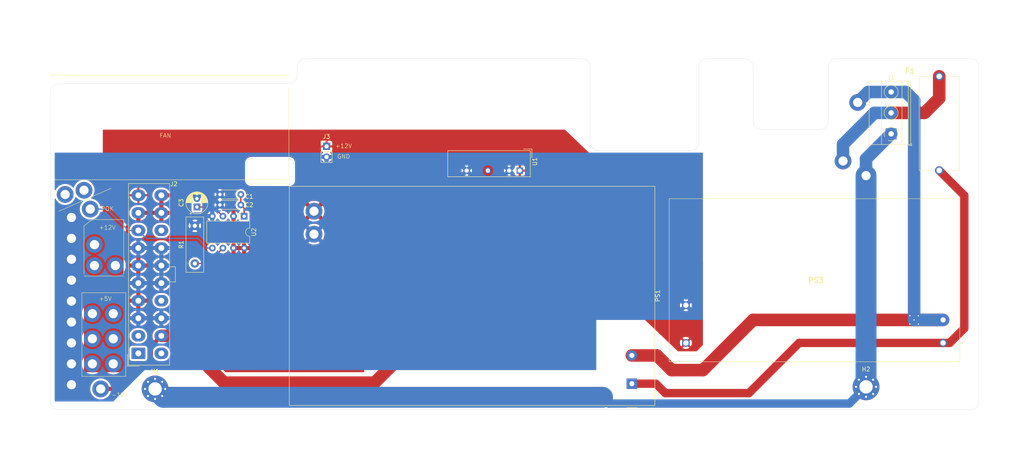
<source format=kicad_pcb>
(kicad_pcb (version 20240108) (generator "pcbnew") (generator_version "8.0")
  (layers (0 "F.Cu" signal) (31 "B.Cu" signal) (34 "B.Paste" user) (35 "F.Paste" user) (36 "B.SilkS" user "B.Silkscreen") (37 "F.SilkS" user "F.Silkscreen") (38 "B.Mask" user) (39 "F.Mask" user) (44 "Edge.Cuts" user))
  (net 0 "")
  (net 1 "Earth")
  (net 4 "/LIVE")
  (net 5 "/FUSED")
  (net 6 "/NEUTRAL")
  (net 7 "GND")
  (net 8 "+12V")
  (net 9 "+5V")
  (net 10 "-12V")
  (net 11 "/POK")
  (net 12 "Net-(U2-REF)")
  (net 13 "Net-(U2-CT)")
  (net 17 "Net-(U2-RESET)")
  (footprint "Capacitor_THT:C_Disc_D4.3mm_W1.9mm_P5.00mm" (layer "F.Cu") (at 82.5 87 180)
    (property "Reference" "C2" (at -2 0 360) (layer "F.SilkS"))
    (property "Value" "100n")
    (fp_line (start 4.77 1.055) (end 4.77 1.07) (stroke (width 0.12)) (layer "F.SilkS"))
    (fp_line (start 4.77 -1.07) (end 4.77 -1.055) (stroke (width 0.12)) (layer "F.SilkS"))
    (fp_line (start 0.23 1.07) (end 4.77 1.07) (stroke (width 0.12)) (layer "F.SilkS"))
    (fp_line (start 0.23 1.055) (end 0.23 1.07) (stroke (width 0.12)) (layer "F.SilkS"))
    (fp_line (start 0.23 -1.07) (end 4.77 -1.07) (stroke (width 0.12)) (layer "F.SilkS"))
    (fp_line (start 0.23 -1.07) (end 0.23 -1.055) (stroke (width 0.12)) (layer "F.SilkS"))
    (pad "1" thru_hole circle (at 0 0 180) (size 1.6 1.6) (drill 0.8) (layers "*.Cu" "*.Mask") (net 12 "Net-(U2-REF)"))
    (pad "2" thru_hole circle (at 5 0 180) (size 1.6 1.6) (drill 0.8) (layers "*.Cu" "*.Mask") (net 7 "GND"))
  )
  (footprint "Converter_DCDC:Converter_DCDC_TRACO_TBA1-xxxxE_Single_THT" (layer "F.Cu") (at 149.2075 78.7925 -90)
    (property "Reference" "U1" (at -2.15 -3.6 90) (layer "F.SilkS"))
    (property "Value" "TBA1-1212E")
    (fp_line (start -4.77 17.22) (end 1.47 17.22) (stroke (width 0.12)) (layer "F.SilkS"))
    (fp_line (start -5.15 -0.9) (end -5.15 -2.9) (stroke (width 0.12)) (layer "F.SilkS"))
    (fp_line (start -4.77 -2.52) (end -4.77 17.22) (stroke (width 0.12)) (layer "F.SilkS"))
    (fp_line (start -4.77 -2.52) (end 1.47 -2.52) (stroke (width 0.12)) (layer "F.SilkS"))
    (fp_line (start 1.47 -2.52) (end 1.47 17.22) (stroke (width 0.12)) (layer "F.SilkS"))
    (fp_line (start -5.15 -2.9) (end -3.15 -2.9) (stroke (width 0.12)) (layer "F.SilkS"))
    (pad "1" thru_hole rect (at 0 0 270) (size 1.5 1.5) (drill 1) (layers "*.Cu" "*.Mask") (net 8 "+12V"))
    (pad "2" thru_hole circle (at 0 2.54 270) (size 1.5 1.5) (drill 1) (layers "*.Cu" "*.Mask") (net 7 "GND"))
    (pad "4" thru_hole circle (at 0 7.62 270) (size 1.5 1.5) (drill 1) (layers "*.Cu" "*.Mask") (net 10 "-12V"))
    (pad "6" thru_hole circle (at 0 12.7 270) (size 1.5 1.5) (drill 1) (layers "*.Cu" "*.Mask") (net 7 "GND"))
  )
  (footprint "MountingHole:MountingHole_3.2mm_M3_Pad_Via" (layer "F.Cu") (at 232 130.5)
    (property "Reference" "H2" (at 0 -4.2 0) (layer "F.SilkS"))
    (property "Value" "MountingHole_Pad")
    (pad "1" thru_hole circle (at -2.4 0) (size 0.8 0.8) (drill 0.5) (layers "*.Cu" "*.Mask") (net 1 "Earth"))
    (pad "1" thru_hole circle (at -1.697056 -1.697056) (size 0.8 0.8) (drill 0.5) (layers "*.Cu" "*.Mask") (net 1 "Earth"))
    (pad "1" thru_hole circle (at -1.697056 1.697056) (size 0.8 0.8) (drill 0.5) (layers "*.Cu" "*.Mask") (net 1 "Earth"))
    (pad "1" thru_hole circle (at 0 -2.4) (size 0.8 0.8) (drill 0.5) (layers "*.Cu" "*.Mask") (net 1 "Earth"))
    (pad "1" thru_hole circle (at 0 0) (size 6.4 6.4) (drill 3.2) (layers "*.Cu" "*.Mask") (net 1 "Earth"))
    (pad "1" thru_hole circle (at 0 2.4) (size 0.8 0.8) (drill 0.5) (layers "*.Cu" "*.Mask") (net 1 "Earth"))
    (pad "1" thru_hole circle (at 1.697056 -1.697056) (size 0.8 0.8) (drill 0.5) (layers "*.Cu" "*.Mask") (net 1 "Earth"))
    (pad "1" thru_hole circle (at 1.697056 1.697056) (size 0.8 0.8) (drill 0.5) (layers "*.Cu" "*.Mask") (net 1 "Earth"))
    (pad "1" thru_hole circle (at 2.4 0) (size 0.8 0.8) (drill 0.5) (layers "*.Cu" "*.Mask") (net 1 "Earth"))
  )
  (footprint "Package_DIP:DIP-8_W7.62mm" (layer "F.Cu") (at 83.3 89.7 -90)
    (property "Reference" "U2" (at 3.81 -2.33 90) (layer "F.SilkS"))
    (property "Value" "TL7705A")
    (fp_line (start 1.16 8.95) (end 6.46 8.95) (stroke (width 0.12)) (layer "F.SilkS"))
    (fp_line (start 6.46 8.95) (end 6.46 -1.33) (stroke (width 0.12)) (layer "F.SilkS"))
    (fp_line (start 1.16 -1.33) (end 1.16 8.95) (stroke (width 0.12)) (layer "F.SilkS"))
    (fp_line (start 2.81 -1.33) (end 1.16 -1.33) (stroke (width 0.12)) (layer "F.SilkS"))
    (fp_line (start 6.46 -1.33) (end 4.81 -1.33) (stroke (width 0.12)) (layer "F.SilkS"))
    (fp_arc (start 4.81 -1.33) (mid 3.81 -0.33) (end 2.81 -1.33) (stroke (width 0.12)) (layer "F.SilkS"))
    (pad "1" thru_hole rect (at 0 0 270) (size 1.6 1.6) (drill 0.8) (layers "*.Cu" "*.Mask") (net 12 "Net-(U2-REF)"))
    (pad "2" thru_hole oval (at 0 2.54 270) (size 1.6 1.6) (drill 0.8) (layers "*.Cu" "*.Mask") (net 9 "+5V"))
    (pad "3" thru_hole oval (at 0 5.08 270) (size 1.6 1.6) (drill 0.8) (layers "*.Cu" "*.Mask") (net 13 "Net-(U2-CT)"))
    (pad "4" thru_hole oval (at 0 7.62 270) (size 1.6 1.6) (drill 0.8) (layers "*.Cu" "*.Mask") (net 7 "GND"))
    (pad "5" thru_hole oval (at 7.62 7.62 270) (size 1.6 1.6) (drill 0.8) (layers "*.Cu" "*.Mask") (net 11 "/POK"))
    (pad "6" thru_hole oval (at 7.62 5.08 270) (size 1.6 1.6) (drill 0.8) (layers "*.Cu" "*.Mask") (net 17 "Net-(U2-RESET)"))
    (pad "7" thru_hole oval (at 7.62 2.54 270) (size 1.6 1.6) (drill 0.8) (layers "*.Cu" "*.Mask") (net 9 "+5V"))
    (pad "8" thru_hole oval (at 7.62 0 270) (size 1.6 1.6) (drill 0.8) (layers "*.Cu" "*.Mask") (net 9 "+5V"))
  )
  (footprint "Resistor_THT:R_Box_L13.0mm_W4.0mm_P9.00mm" (layer "F.Cu") (at 71.5 101 90)
    (property "Reference" "R1" (at 4.5 -3.25 90) (layer "F.SilkS"))
    (property "Value" "10k")
    (fp_line (start 11.12 -2.12) (end 11.12 2.12) (stroke (width 0.12)) (layer "F.SilkS"))
    (fp_line (start -2.12 -2.12) (end 11.12 -2.12) (stroke (width 0.12)) (layer "F.SilkS"))
    (fp_line (start -2.12 -2.12) (end -2.12 2.12) (stroke (width 0.12)) (layer "F.SilkS"))
    (fp_line (start -2.12 2.12) (end 11.12 2.12) (stroke (width 0.12)) (layer "F.SilkS"))
    (pad "1" thru_hole circle (at 0 0 90) (size 2 2) (drill 1) (layers "*.Cu" "*.Mask") (net 17 "Net-(U2-RESET)"))
    (pad "2" thru_hole circle (at 9 0 90) (size 2 2) (drill 1) (layers "*.Cu" "*.Mask") (net 7 "GND"))
  )
  (footprint "TerminalBlock_Phoenix:TerminalBlock_Phoenix_MKDS-1,5-3_1x03_P5.00mm_Horizontal" (layer "F.Cu") (at 238 70 90)
    (property "Reference" "J1" (at 13.5 0 0) (layer "F.SilkS"))
    (property "Value" "Conn_01x03")
    (fp_line (start 12.56 -5.261) (end 12.56 4.66) (stroke (width 0.12)) (layer "F.SilkS"))
    (fp_line (start -2.56 -5.261) (end 12.56 -5.261) (stroke (width 0.12)) (layer "F.SilkS"))
    (fp_line (start -2.56 -5.261) (end -2.56 4.66) (stroke (width 0.12)) (layer "F.SilkS"))
    (fp_line (start -2.56 -2.301) (end 12.56 -2.301) (stroke (width 0.12)) (layer "F.SilkS"))
    (fp_line (start 11.07 -1.275) (end 11.035 -1.239) (stroke (width 0.12)) (layer "F.SilkS"))
    (fp_line (start 6.07 -1.275) (end 6.035 -1.239) (stroke (width 0.12)) (layer "F.SilkS"))
    (fp_line (start 11.275 -1.069) (end 11.228 -1.023) (stroke (width 0.12)) (layer "F.SilkS"))
    (fp_line (start 6.275 -1.069) (end 6.228 -1.023) (stroke (width 0.12)) (layer "F.SilkS"))
    (fp_line (start 8.773 1.023) (end 8.726 1.069) (stroke (width 0.12)) (layer "F.SilkS"))
    (fp_line (start 3.773 1.023) (end 3.726 1.069) (stroke (width 0.12)) (layer "F.SilkS"))
    (fp_line (start 8.966 1.239) (end 8.931 1.274) (stroke (width 0.12)) (layer "F.SilkS"))
    (fp_line (start 3.966 1.239) (end 3.931 1.274) (stroke (width 0.12)) (layer "F.SilkS"))
    (fp_line (start -2.56 2.6) (end 12.56 2.6) (stroke (width 0.12)) (layer "F.SilkS"))
    (fp_line (start -2.56 4.1) (end 12.56 4.1) (stroke (width 0.12)) (layer "F.SilkS"))
    (fp_line (start -2.8 4.16) (end -2.8 4.9) (stroke (width 0.12)) (layer "F.SilkS"))
    (fp_line (start -2.56 4.66) (end 12.56 4.66) (stroke (width 0.12)) (layer "F.SilkS"))
    (fp_line (start -2.8 4.9) (end -2.3 4.9) (stroke (width 0.12)) (layer "F.SilkS"))
    (fp_arc (start -0.683042 -1.535427) (mid 0.000524 -1.680501) (end 0.684 -1.535) (stroke (width 0.12)) (layer "F.SilkS"))
    (fp_arc (start 1.535427 -0.683042) (mid 1.680501 0.000524) (end 1.535 0.684) (stroke (width 0.12)) (layer "F.SilkS"))
    (fp_arc (start -1.535427 0.683042) (mid -1.680501 -0.000524) (end -1.535 -0.684) (stroke (width 0.12)) (layer "F.SilkS"))
    (fp_arc (start 0.683318 1.534756) (mid 0.349292 1.643288) (end 0 1.68) (stroke (width 0.12)) (layer "F.SilkS"))
    (fp_arc (start 0.028805 1.680253) (mid -0.335551 1.646659) (end -0.684 1.535) (stroke (width 0.12)) (layer "F.SilkS"))
    (fp_circle (center 10 0) (end 11.68 0) (stroke (width 0.12)) (fill none) (layer "F.SilkS"))
    (fp_circle (center 5 0) (end 6.68 0) (stroke (width 0.12)) (fill none) (layer "F.SilkS"))
    (pad "1" thru_hole rect (at 0 0 90) (size 2.6 2.6) (drill 1.3) (layers "*.Cu" "*.Mask") (net 1 "Earth"))
    (pad "2" thru_hole circle (at 5 0 90) (size 2.6 2.6) (drill 1.3) (layers "*.Cu" "*.Mask") (net 4 "/LIVE"))
    (pad "3" thru_hole circle (at 10 0 90) (size 2.6 2.6) (drill 1.3) (layers "*.Cu" "*.Mask") (net 6 "/NEUTRAL"))
  )
  (footprint "Connector_Molex:Molex_Mini-Fit_Jr_5566-20A_2x10_P4.20mm_Vertical" (layer "F.Cu") (at 58 122.5 90)
    (property "Reference" "J2" (at 40.5 8.5 180) (layer "F.SilkS"))
    (property "Value" "ATX-20")
    (fp_line (start -0.2 -2.6) (end -3.05 -2.6) (stroke (width 0.12)) (layer "F.SilkS"))
    (fp_line (start -3.05 -2.6) (end -3.05 0.25) (stroke (width 0.12)) (layer "F.SilkS"))
    (fp_line (start 40.61 -2.36) (end 40.61 7.46) (stroke (width 0.12)) (layer "F.SilkS"))
    (fp_line (start 18.9 -2.36) (end 40.61 -2.36) (stroke (width 0.12)) (layer "F.SilkS"))
    (fp_line (start 18.9 -2.36) (end -2.81 -2.36) (stroke (width 0.12)) (layer "F.SilkS"))
    (fp_line (start -2.81 -2.36) (end -2.81 7.46) (stroke (width 0.12)) (layer "F.SilkS"))
    (fp_line (start 40.61 7.46) (end 20.71 7.46) (stroke (width 0.12)) (layer "F.SilkS"))
    (fp_line (start 20.71 7.46) (end 20.71 8.86) (stroke (width 0.12)) (layer "F.SilkS"))
    (fp_line (start 17.09 7.46) (end 17.09 8.86) (stroke (width 0.12)) (layer "F.SilkS"))
    (fp_line (start -2.81 7.46) (end 17.09 7.46) (stroke (width 0.12)) (layer "F.SilkS"))
    (fp_line (start 20.71 8.86) (end 18.9 8.86) (stroke (width 0.12)) (layer "F.SilkS"))
    (fp_line (start 17.09 8.86) (end 18.9 8.86) (stroke (width 0.12)) (layer "F.SilkS"))
    (pad "1" thru_hole roundrect (at 0 0 90) (size 2.7 3.3) (drill 1.4) (layers "*.Cu" "*.Mask") (roundrect_rratio 0.092593))
    (pad "2" thru_hole oval (at 4.2 0 90) (size 2.7 3.3) (drill 1.4) (layers "*.Cu" "*.Mask"))
    (pad "3" thru_hole oval (at 8.4 0 90) (size 2.7 3.3) (drill 1.4) (layers "*.Cu" "*.Mask") (net 7 "GND"))
    (pad "4" thru_hole oval (at 12.6 0 90) (size 2.7 3.3) (drill 1.4) (layers "*.Cu" "*.Mask") (net 9 "+5V"))
    (pad "5" thru_hole oval (at 16.8 0 90) (size 2.7 3.3) (drill 1.4) (layers "*.Cu" "*.Mask") (net 7 "GND"))
    (pad "6" thru_hole oval (at 21 0 90) (size 2.7 3.3) (drill 1.4) (layers "*.Cu" "*.Mask") (net 9 "+5V"))
    (pad "7" thru_hole oval (at 25.2 0 90) (size 2.7 3.3) (drill 1.4) (layers "*.Cu" "*.Mask") (net 7 "GND"))
    (pad "8" thru_hole oval (at 29.4 0 90) (size 2.7 3.3) (drill 1.4) (layers "*.Cu" "*.Mask") (net 11 "/POK"))
    (pad "9" thru_hole oval (at 33.6 0 90) (size 2.7 3.3) (drill 1.4) (layers "*.Cu" "*.Mask") (net 9 "+5V"))
    (pad "10" thru_hole oval (at 37.8 0 90) (size 2.7 3.3) (drill 1.4) (layers "*.Cu" "*.Mask") (net 8 "+12V"))
    (pad "11" thru_hole oval (at 0 5.5 90) (size 2.7 3.3) (drill 1.4) (layers "*.Cu" "*.Mask"))
    (pad "12" thru_hole oval (at 4.2 5.5 90) (size 2.7 3.3) (drill 1.4) (layers "*.Cu" "*.Mask") (net 10 "-12V"))
    (pad "13" thru_hole oval (at 8.4 5.5 90) (size 2.7 3.3) (drill 1.4) (layers "*.Cu" "*.Mask") (net 7 "GND"))
    (pad "14" thru_hole oval (at 12.6 5.5 90) (size 2.7 3.3) (drill 1.4) (layers "*.Cu" "*.Mask"))
    (pad "15" thru_hole oval (at 16.8 5.5 90) (size 2.7 3.3) (drill 1.4) (layers "*.Cu" "*.Mask") (net 7 "GND"))
    (pad "16" thru_hole oval (at 21 5.5 90) (size 2.7 3.3) (drill 1.4) (layers "*.Cu" "*.Mask") (net 7 "GND"))
    (pad "17" thru_hole oval (at 25.2 5.5 90) (size 2.7 3.3) (drill 1.4) (layers "*.Cu" "*.Mask") (net 7 "GND"))
    (pad "18" thru_hole oval (at 29.4 5.5 90) (size 2.7 3.3) (drill 1.4) (layers "*.Cu" "*.Mask"))
    (pad "19" thru_hole oval (at 33.6 5.5 90) (size 2.7 3.3) (drill 1.4) (layers "*.Cu" "*.Mask") (net 9 "+5V"))
    (pad "20" thru_hole oval (at 37.8 5.5 90) (size 2.7 3.3) (drill 1.4) (layers "*.Cu" "*.Mask") (net 9 "+5V"))
  )
  (footprint "Converter_ACDC:Converter_ACDC_MeanWell_IRM-60-xx_THT" (layer "F.Cu") (at 176 129.75 180)
    (property "Reference" "PS1" (at -6.2 21 90) (layer "F.SilkS"))
    (property "Value" "IRM-60-5")
    (fp_line (start 81.9 47.2) (end 81.9 -5.2) (stroke (width 0.12)) (layer "F.SilkS"))
    (fp_line (start 81.9 -5.2) (end -5.5 -5.2) (stroke (width 0.12)) (layer "F.SilkS"))
    (fp_line (start -1.3 -5.7) (end 1.2 -5.7) (stroke (width 0.12)) (layer "F.SilkS"))
    (fp_line (start -5.5 47.2) (end 81.9 47.2) (stroke (width 0.12)) (layer "F.SilkS"))
    (fp_line (start -5.5 -5.2) (end -5.5 47.2) (stroke (width 0.12)) (layer "F.SilkS"))
    (pad "1" thru_hole rect (at 0 0 180) (size 2.5 2.5) (drill 1.2) (layers "*.Cu" "*.Mask") (net 5 "/FUSED"))
    (pad "2" thru_hole circle (at 0 6.75 180) (size 2.5 2.5) (drill 1.2) (layers "*.Cu" "*.Mask") (net 6 "/NEUTRAL"))
    (pad "3" thru_hole circle (at 76 41.25 180) (size 4 4) (drill 2.2) (layers "*.Cu" "*.Mask") (net 9 "+5V"))
    (pad "4" thru_hole circle (at 76 35.75 180) (size 4 4) (drill 2.2) (layers "*.Cu" "*.Mask") (net 7 "GND"))
  )
  (footprint "Local:65600001009" (layer "F.Cu") (at 249.5 67.5 -90)
    (property "Reference" "F1" (at -12.5 7 180) (layer "F.SilkS") (effects (font (size 1.27 1.27) (thickness 0.254))))
    (property "Value" "Fuse" (hide yes))
    (fp_line (start -11.25 4.8) (end 11.25 4.8) (stroke (width 0.1)) (layer "F.SilkS"))
    (fp_line (start 11.25 4.8) (end 11.25 2) (stroke (width 0.1)) (layer "F.SilkS"))
    (fp_line (start -11.25 2) (end -11.25 4.8) (stroke (width 0.1)) (layer "F.SilkS"))
    (fp_line (start -11.25 -2) (end -11.25 -4.8) (stroke (width 0.1)) (layer "F.SilkS"))
    (fp_line (start -11.25 -4.8) (end 11.25 -4.8) (stroke (width 0.1)) (layer "F.SilkS"))
    (fp_line (start 11.25 -4.8) (end 11.25 -2) (stroke (width 0.1)) (layer "F.SilkS"))
    (pad "1" thru_hole circle (at -11.25 0 270) (size 1.95 1.95) (drill 1.3) (layers "*.Cu" "*.Mask") (net 4 "/LIVE"))
    (pad "2" thru_hole circle (at 11.25 0 270) (size 1.95 1.95) (drill 1.3) (layers "*.Cu" "*.Mask") (net 5 "/FUSED"))
  )
  (footprint "Connector_PinHeader_2.54mm:PinHeader_1x02_P2.54mm_Vertical" (layer "F.Cu") (at 103 73)
    (property "Reference" "J3" (at 0 -2.33 360) (layer "F.SilkS"))
    (property "Value" "Conn_01x02")
    (fp_line (start -1.33 -1.33) (end 0 -1.33) (stroke (width 0.12)) (layer "F.SilkS"))
    (fp_line (start -1.33 0) (end -1.33 -1.33) (stroke (width 0.12)) (layer "F.SilkS"))
    (fp_line (start -1.33 1.27) (end -1.33 3.87) (stroke (width 0.12)) (layer "F.SilkS"))
    (fp_line (start -1.33 1.27) (end 1.33 1.27) (stroke (width 0.12)) (layer "F.SilkS"))
    (fp_line (start -1.33 3.87) (end 1.33 3.87) (stroke (width 0.12)) (layer "F.SilkS"))
    (fp_line (start 1.33 1.27) (end 1.33 3.87) (stroke (width 0.12)) (layer "F.SilkS"))
    (pad "1" thru_hole rect (at 0 0) (size 1.7 1.7) (drill 1) (layers "*.Cu" "*.Mask") (net 8 "+12V"))
    (pad "2" thru_hole oval (at 0 2.54) (size 1.7 1.7) (drill 1) (layers "*.Cu" "*.Mask") (net 7 "GND"))
  )
  (footprint "MountingHole:MountingHole_3.2mm_M3_Pad_Via" (layer "F.Cu") (at 62 131)
    (property "Reference" "H1" (at 0 -4.2 0) (layer "F.SilkS"))
    (property "Value" "MountingHole_Pad")
    (pad "1" thru_hole circle (at -2.4 0) (size 0.8 0.8) (drill 0.5) (layers "*.Cu" "*.Mask") (net 1 "Earth"))
    (pad "1" thru_hole circle (at -1.697056 -1.697056) (size 0.8 0.8) (drill 0.5) (layers "*.Cu" "*.Mask") (net 1 "Earth"))
    (pad "1" thru_hole circle (at -1.697056 1.697056) (size 0.8 0.8) (drill 0.5) (layers "*.Cu" "*.Mask") (net 1 "Earth"))
    (pad "1" thru_hole circle (at 0 -2.4) (size 0.8 0.8) (drill 0.5) (layers "*.Cu" "*.Mask") (net 1 "Earth"))
    (pad "1" thru_hole circle (at 0 0) (size 6.4 6.4) (drill 3.2) (layers "*.Cu" "*.Mask") (net 1 "Earth"))
    (pad "1" thru_hole circle (at 0 2.4) (size 0.8 0.8) (drill 0.5) (layers "*.Cu" "*.Mask") (net 1 "Earth"))
    (pad "1" thru_hole circle (at 1.697056 -1.697056) (size 0.8 0.8) (drill 0.5) (layers "*.Cu" "*.Mask") (net 1 "Earth"))
    (pad "1" thru_hole circle (at 1.697056 1.697056) (size 0.8 0.8) (drill 0.5) (layers "*.Cu" "*.Mask") (net 1 "Earth"))
    (pad "1" thru_hole circle (at 2.4 0) (size 0.8 0.8) (drill 0.5) (layers "*.Cu" "*.Mask") (net 1 "Earth"))
  )
  (footprint "Local:IRM3048" (layer "F.Cu") (at 220 105 180)
    (property "Reference" "PS3" (at 0 0 180) (layer "F.SilkS") (effects (font (size 1.27 1.27) (thickness 0.254))))
    (property "Value" "IRM-30-12" (hide yes))
    (fp_line (start 35.075 19.5) (end -34.425 19.5) (stroke (width 0.1)) (layer "F.SilkS"))
    (fp_line (start 35.075 -19.5) (end 35.075 19.5) (stroke (width 0.1)) (layer "F.SilkS"))
    (fp_line (start -34.425 19.5) (end -34.425 -19.5) (stroke (width 0.1)) (layer "F.SilkS"))
    (fp_line (start -34.425 -19.5) (end 35.075 -19.5) (stroke (width 0.1)) (layer "F.SilkS"))
    (fp_line (start -34.975 -14.9) (end -34.975 -14.9) (stroke (width 0.2)) (layer "F.SilkS"))
    (fp_line (start -34.975 -15.1) (end -34.975 -15.1) (stroke (width 0.2)) (layer "F.SilkS"))
    (fp_arc (start -34.975 -14.9) (mid -35.075 -15) (end -34.975 -15.1) (stroke (width 0.2)) (layer "F.SilkS"))
    (fp_arc (start -34.975 -15.1) (mid -34.875 -15) (end -34.975 -14.9) (stroke (width 0.2)) (layer "F.SilkS"))
    (pad "1" thru_hole circle (at -30.425 -15 180) (size 1.86 1.86) (drill 1.24) (layers "*.Cu" "*.Mask") (net 5 "/FUSED"))
    (pad "2" thru_hole circle (at -30.425 -9.5 180) (size 1.86 1.86) (drill 1.24) (layers "*.Cu" "*.Mask") (net 6 "/NEUTRAL"))
    (pad "3" thru_hole circle (at 31.075 -6 180) (size 1.86 1.86) (drill 1.24) (layers "*.Cu" "*.Mask") (net 7 "GND"))
    (pad "4" thru_hole circle (at 31.075 -15 180) (size 1.86 1.86) (drill 1.24) (layers "*.Cu" "*.Mask") (net 8 "+12V"))
  )
  (footprint "Capacitor_THT:C_Disc_D4.3mm_W1.9mm_P5.00mm" (layer "F.Cu") (at 82.5 84.5 180)
    (property "Reference" "C1" (at -2 -0.5 360) (layer "F.SilkS"))
    (property "Value" "100n")
    (fp_line (start 4.77 1.055) (end 4.77 1.07) (stroke (width 0.12)) (layer "F.SilkS"))
    (fp_line (start 4.77 -1.07) (end 4.77 -1.055) (stroke (width 0.12)) (layer "F.SilkS"))
    (fp_line (start 0.23 1.07) (end 4.77 1.07) (stroke (width 0.12)) (layer "F.SilkS"))
    (fp_line (start 0.23 1.055) (end 0.23 1.07) (stroke (width 0.12)) (layer "F.SilkS"))
    (fp_line (start 0.23 -1.07) (end 4.77 -1.07) (stroke (width 0.12)) (layer "F.SilkS"))
    (fp_line (start 0.23 -1.07) (end 0.23 -1.055) (stroke (width 0.12)) (layer "F.SilkS"))
    (pad "1" thru_hole circle (at 0 0 180) (size 1.6 1.6) (drill 0.8) (layers "*.Cu" "*.Mask") (net 12 "Net-(U2-REF)"))
    (pad "2" thru_hole circle (at 5 0 180) (size 1.6 1.6) (drill 0.8) (layers "*.Cu" "*.Mask") (net 7 "GND"))
  )
  (footprint "Capacitor_THT:CP_Radial_D5.0mm_P2.00mm" (layer "F.Cu") (at 72 87.5 90)
    (property "Reference" "C3" (at 1 -3.75 90) (layer "F.SilkS"))
    (property "Value" "860010572002")
    (fp_line (start 1.04 -2.58) (end 1.04 -1.04) (stroke (width 0.12)) (layer "F.SilkS"))
    (fp_line (start 1 -2.58) (end 1 -1.04) (stroke (width 0.12)) (layer "F.SilkS"))
    (fp_line (start 1.08 -2.579) (end 1.08 -1.04) (stroke (width 0.12)) (layer "F.SilkS"))
    (fp_line (start 1.12 -2.578) (end 1.12 -1.04) (stroke (width 0.12)) (layer "F.SilkS"))
    (fp_line (start 1.16 -2.576) (end 1.16 -1.04) (stroke (width 0.12)) (layer "F.SilkS"))
    (fp_line (start 1.2 -2.573) (end 1.2 -1.04) (stroke (width 0.12)) (layer "F.SilkS"))
    (fp_line (start 1.24 -2.569) (end 1.24 -1.04) (stroke (width 0.12)) (layer "F.SilkS"))
    (fp_line (start 1.28 -2.565) (end 1.28 -1.04) (stroke (width 0.12)) (layer "F.SilkS"))
    (fp_line (start 1.32 -2.561) (end 1.32 -1.04) (stroke (width 0.12)) (layer "F.SilkS"))
    (fp_line (start 1.36 -2.556) (end 1.36 -1.04) (stroke (width 0.12)) (layer "F.SilkS"))
    (fp_line (start 1.4 -2.55) (end 1.4 -1.04) (stroke (width 0.12)) (layer "F.SilkS"))
    (fp_line (start 1.44 -2.543) (end 1.44 -1.04) (stroke (width 0.12)) (layer "F.SilkS"))
    (fp_line (start 1.48 -2.536) (end 1.48 -1.04) (stroke (width 0.12)) (layer "F.SilkS"))
    (fp_line (start 1.52 -2.528) (end 1.52 -1.04) (stroke (width 0.12)) (layer "F.SilkS"))
    (fp_line (start 1.56 -2.52) (end 1.56 -1.04) (stroke (width 0.12)) (layer "F.SilkS"))
    (fp_line (start 1.6 -2.511) (end 1.6 -1.04) (stroke (width 0.12)) (layer "F.SilkS"))
    (fp_line (start 1.64 -2.501) (end 1.64 -1.04) (stroke (width 0.12)) (layer "F.SilkS"))
    (fp_line (start 1.68 -2.491) (end 1.68 -1.04) (stroke (width 0.12)) (layer "F.SilkS"))
    (fp_line (start 1.721 -2.48) (end 1.721 -1.04) (stroke (width 0.12)) (layer "F.SilkS"))
    (fp_line (start 1.761 -2.468) (end 1.761 -1.04) (stroke (width 0.12)) (layer "F.SilkS"))
    (fp_line (start 1.801 -2.455) (end 1.801 -1.04) (stroke (width 0.12)) (layer "F.SilkS"))
    (fp_line (start 1.841 -2.442) (end 1.841 -1.04) (stroke (width 0.12)) (layer "F.SilkS"))
    (fp_line (start 1.881 -2.428) (end 1.881 -1.04) (stroke (width 0.12)) (layer "F.SilkS"))
    (fp_line (start 1.921 -2.414) (end 1.921 -1.04) (stroke (width 0.12)) (layer "F.SilkS"))
    (fp_line (start 1.961 -2.398) (end 1.961 -1.04) (stroke (width 0.12)) (layer "F.SilkS"))
    (fp_line (start 2.001 -2.382) (end 2.001 -1.04) (stroke (width 0.12)) (layer "F.SilkS"))
    (fp_line (start 2.041 -2.365) (end 2.041 -1.04) (stroke (width 0.12)) (layer "F.SilkS"))
    (fp_line (start 2.081 -2.348) (end 2.081 -1.04) (stroke (width 0.12)) (layer "F.SilkS"))
    (fp_line (start 2.121 -2.329) (end 2.121 -1.04) (stroke (width 0.12)) (layer "F.SilkS"))
    (fp_line (start 2.161 -2.31) (end 2.161 -1.04) (stroke (width 0.12)) (layer "F.SilkS"))
    (fp_line (start 2.201 -2.29) (end 2.201 -1.04) (stroke (width 0.12)) (layer "F.SilkS"))
    (fp_line (start 2.241 -2.268) (end 2.241 -1.04) (stroke (width 0.12)) (layer "F.SilkS"))
    (fp_line (start 2.281 -2.247) (end 2.281 -1.04) (stroke (width 0.12)) (layer "F.SilkS"))
    (fp_line (start 2.321 -2.224) (end 2.321 -1.04) (stroke (width 0.12)) (layer "F.SilkS"))
    (fp_line (start 2.361 -2.2) (end 2.361 -1.04) (stroke (width 0.12)) (layer "F.SilkS"))
    (fp_line (start 2.401 -2.175) (end 2.401 -1.04) (stroke (width 0.12)) (layer "F.SilkS"))
    (fp_line (start 2.441 -2.149) (end 2.441 -1.04) (stroke (width 0.12)) (layer "F.SilkS"))
    (fp_line (start 2.481 -2.122) (end 2.481 -1.04) (stroke (width 0.12)) (layer "F.SilkS"))
    (fp_line (start 2.521 -2.095) (end 2.521 -1.04) (stroke (width 0.12)) (layer "F.SilkS"))
    (fp_line (start 2.561 -2.065) (end 2.561 -1.04) (stroke (width 0.12)) (layer "F.SilkS"))
    (fp_line (start 2.601 -2.035) (end 2.601 -1.04) (stroke (width 0.12)) (layer "F.SilkS"))
    (fp_line (start 2.641 -2.004) (end 2.641 -1.04) (stroke (width 0.12)) (layer "F.SilkS"))
    (fp_line (start 2.681 -1.971) (end 2.681 -1.04) (stroke (width 0.12)) (layer "F.SilkS"))
    (fp_line (start 2.721 -1.937) (end 2.721 -1.04) (stroke (width 0.12)) (layer "F.SilkS"))
    (fp_line (start 2.761 -1.901) (end 2.761 -1.04) (stroke (width 0.12)) (layer "F.SilkS"))
    (fp_line (start 2.801 -1.864) (end 2.801 -1.04) (stroke (width 0.12)) (layer "F.SilkS"))
    (fp_line (start 2.841 -1.826) (end 2.841 -1.04) (stroke (width 0.12)) (layer "F.SilkS"))
    (fp_line (start 2.881 -1.785) (end 2.881 -1.04) (stroke (width 0.12)) (layer "F.SilkS"))
    (fp_line (start 2.921 -1.743) (end 2.921 -1.04) (stroke (width 0.12)) (layer "F.SilkS"))
    (fp_line (start -1.554775 -1.725) (end -1.554775 -1.225) (stroke (width 0.12)) (layer "F.SilkS"))
    (fp_line (start 2.961 -1.699) (end 2.961 -1.04) (stroke (width 0.12)) (layer "F.SilkS"))
    (fp_line (start 3.001 -1.653) (end 3.001 -1.04) (stroke (width 0.12)) (layer "F.SilkS"))
    (fp_line (start 3.041 -1.605) (end 3.041 1.605) (stroke (width 0.12)) (layer "F.SilkS"))
    (fp_line (start 3.081 -1.554) (end 3.081 1.554) (stroke (width 0.12)) (layer "F.SilkS"))
    (fp_line (start 3.121 -1.5) (end 3.121 1.5) (stroke (width 0.12)) (layer "F.SilkS"))
    (fp_line (start -1.804775 -1.475) (end -1.304775 -1.475) (stroke (width 0.12)) (layer "F.SilkS"))
    (fp_line (start 3.161 -1.443) (end 3.161 1.443) (stroke (width 0.12)) (layer "F.SilkS"))
    (fp_line (start 3.201 -1.383) (end 3.201 1.383) (stroke (width 0.12)) (layer "F.SilkS"))
    (fp_line (start 3.241 -1.319) (end 3.241 1.319) (stroke (width 0.12)) (layer "F.SilkS"))
    (fp_line (start 3.281 -1.251) (end 3.281 1.251) (stroke (width 0.12)) (layer "F.SilkS"))
    (fp_line (start 3.321 -1.178) (end 3.321 1.178) (stroke (width 0.12)) (layer "F.SilkS"))
    (fp_line (start 3.361 -1.098) (end 3.361 1.098) (stroke (width 0.12)) (layer "F.SilkS"))
    (fp_line (start 3.401 -1.011) (end 3.401 1.011) (stroke (width 0.12)) (layer "F.SilkS"))
    (fp_line (start 3.441 -0.915) (end 3.441 0.915) (stroke (width 0.12)) (layer "F.SilkS"))
    (fp_line (start 3.481 -0.805) (end 3.481 0.805) (stroke (width 0.12)) (layer "F.SilkS"))
    (fp_line (start 3.521 -0.677) (end 3.521 0.677) (stroke (width 0.12)) (layer "F.SilkS"))
    (fp_line (start 3.561 -0.518) (end 3.561 0.518) (stroke (width 0.12)) (layer "F.SilkS"))
    (fp_line (start 3.601 -0.284) (end 3.601 0.284) (stroke (width 0.12)) (layer "F.SilkS"))
    (fp_line (start 3.001 1.04) (end 3.001 1.653) (stroke (width 0.12)) (layer "F.SilkS"))
    (fp_line (start 2.961 1.04) (end 2.961 1.699) (stroke (width 0.12)) (layer "F.SilkS"))
    (fp_line (start 2.921 1.04) (end 2.921 1.743) (stroke (width 0.12)) (layer "F.SilkS"))
    (fp_line (start 2.881 1.04) (end 2.881 1.785) (stroke (width 0.12)) (layer "F.SilkS"))
    (fp_line (start 2.841 1.04) (end 2.841 1.826) (stroke (width 0.12)) (layer "F.SilkS"))
    (fp_line (start 2.801 1.04) (end 2.801 1.864) (stroke (width 0.12)) (layer "F.SilkS"))
    (fp_line (start 2.761 1.04) (end 2.761 1.901) (stroke (width 0.12)) (layer "F.SilkS"))
    (fp_line (start 2.721 1.04) (end 2.721 1.937) (stroke (width 0.12)) (layer "F.SilkS"))
    (fp_line (start 2.681 1.04) (end 2.681 1.971) (stroke (width 0.12)) (layer "F.SilkS"))
    (fp_line (start 2.641 1.04) (end 2.641 2.004) (stroke (width 0.12)) (layer "F.SilkS"))
    (fp_line (start 2.601 1.04) (end 2.601 2.035) (stroke (width 0.12)) (layer "F.SilkS"))
    (fp_line (start 2.561 1.04) (end 2.561 2.065) (stroke (width 0.12)) (layer "F.SilkS"))
    (fp_line (start 2.521 1.04) (end 2.521 2.095) (stroke (width 0.12)) (layer "F.SilkS"))
    (fp_line (start 2.481 1.04) (end 2.481 2.122) (stroke (width 0.12)) (layer "F.SilkS"))
    (fp_line (start 2.441 1.04) (end 2.441 2.149) (stroke (width 0.12)) (layer "F.SilkS"))
    (fp_line (start 2.401 1.04) (end 2.401 2.175) (stroke (width 0.12)) (layer "F.SilkS"))
    (fp_line (start 2.361 1.04) (end 2.361 2.2) (stroke (width 0.12)) (layer "F.SilkS"))
    (fp_line (start 2.321 1.04) (end 2.321 2.224) (stroke (width 0.12)) (layer "F.SilkS"))
    (fp_line (start 2.281 1.04) (end 2.281 2.247) (stroke (width 0.12)) (layer "F.SilkS"))
    (fp_line (start 2.241 1.04) (end 2.241 2.268) (stroke (width 0.12)) (layer "F.SilkS"))
    (fp_line (start 2.201 1.04) (end 2.201 2.29) (stroke (width 0.12)) (layer "F.SilkS"))
    (fp_line (start 2.161 1.04) (end 2.161 2.31) (stroke (width 0.12)) (layer "F.SilkS"))
    (fp_line (start 2.121 1.04) (end 2.121 2.329) (stroke (width 0.12)) (layer "F.SilkS"))
    (fp_line (start 2.081 1.04) (end 2.081 2.348) (stroke (width 0.12)) (layer "F.SilkS"))
    (fp_line (start 2.041 1.04) (end 2.041 2.365) (stroke (width 0.12)) (layer "F.SilkS"))
    (fp_line (start 2.001 1.04) (end 2.001 2.382) (stroke (width 0.12)) (layer "F.SilkS"))
    (fp_line (start 1.961 1.04) (end 1.961 2.398) (stroke (width 0.12)) (layer "F.SilkS"))
    (fp_line (start 1.921 1.04) (end 1.921 2.414) (stroke (width 0.12)) (layer "F.SilkS"))
    (fp_line (start 1.881 1.04) (end 1.881 2.428) (stroke (width 0.12)) (layer "F.SilkS"))
    (fp_line (start 1.841 1.04) (end 1.841 2.442) (stroke (width 0.12)) (layer "F.SilkS"))
    (fp_line (start 1.801 1.04) (end 1.801 2.455) (stroke (width 0.12)) (layer "F.SilkS"))
    (fp_line (start 1.761 1.04) (end 1.761 2.468) (stroke (width 0.12)) (layer "F.SilkS"))
    (fp_line (start 1.721 1.04) (end 1.721 2.48) (stroke (width 0.12)) (layer "F.SilkS"))
    (fp_line (start 1.68 1.04) (end 1.68 2.491) (stroke (width 0.12)) (layer "F.SilkS"))
    (fp_line (start 1.64 1.04) (end 1.64 2.501) (stroke (width 0.12)) (layer "F.SilkS"))
    (fp_line (start 1.6 1.04) (end 1.6 2.511) (stroke (width 0.12)) (layer "F.SilkS"))
    (fp_line (start 1.56 1.04) (end 1.56 2.52) (stroke (width 0.12)) (layer "F.SilkS"))
    (fp_line (start 1.52 1.04) (end 1.52 2.528) (stroke (width 0.12)) (layer "F.SilkS"))
    (fp_line (start 1.48 1.04) (end 1.48 2.536) (stroke (width 0.12)) (layer "F.SilkS"))
    (fp_line (start 1.44 1.04) (end 1.44 2.543) (stroke (width 0.12)) (layer "F.SilkS"))
    (fp_line (start 1.4 1.04) (end 1.4 2.55) (stroke (width 0.12)) (layer "F.SilkS"))
    (fp_line (start 1.36 1.04) (end 1.36 2.556) (stroke (width 0.12)) (layer "F.SilkS"))
    (fp_line (start 1.32 1.04) (end 1.32 2.561) (stroke (width 0.12)) (layer "F.SilkS"))
    (fp_line (start 1.28 1.04) (end 1.28 2.565) (stroke (width 0.12)) (layer "F.SilkS"))
    (fp_line (start 1.24 1.04) (end 1.24 2.569) (stroke (width 0.12)) (layer "F.SilkS"))
    (fp_line (start 1.2 1.04) (end 1.2 2.573) (stroke (width 0.12)) (layer "F.SilkS"))
    (fp_line (start 1.16 1.04) (end 1.16 2.576) (stroke (width 0.12)) (layer "F.SilkS"))
    (fp_line (start 1.12 1.04) (end 1.12 2.578) (stroke (width 0.12)) (layer "F.SilkS"))
    (fp_line (start 1.08 1.04) (end 1.08 2.579) (stroke (width 0.12)) (layer "F.SilkS"))
    (fp_line (start 1.04 1.04) (end 1.04 2.58) (stroke (width 0.12)) (layer "F.SilkS"))
    (fp_line (start 1 1.04) (end 1 2.58) (stroke (width 0.12)) (layer "F.SilkS"))
    (fp_circle (center 1 0) (end 3.62 0) (stroke (width 0.12)) (fill none) (layer "F.SilkS"))
    (pad "1" thru_hole rect (at 0 0 90) (size 1.6 1.6) (drill 0.8) (layers "*.Cu" "*.Mask") (net 13 "Net-(U2-CT)"))
    (pad "2" thru_hole circle (at 2 0 90) (size 1.6 1.6) (drill 0.8) (layers "*.Cu" "*.Mask") (net 7 "GND"))
  )
  (gr_line (start 94 59) (end 94 81) (stroke (width 0.1)) (layer "F.SilkS"))
  (gr_line (start 45 104) (end 54.5 104) (stroke (width 0.1)) (layer "F.SilkS"))
  (gr_line (start 94 81) (end 38 81) (stroke (width 0.1)) (layer "F.SilkS"))
  (gr_line (start 44.5 128) (end 55 128) (stroke (width 0.1)) (layer "F.SilkS"))
  (gr_line (start 55 108) (end 44.5 108) (stroke (width 0.1)) (layer "F.SilkS"))
  (gr_line (start 47 90.5) (end 45 92) (stroke (width 0.1)) (layer "F.SilkS"))
  (gr_line (start 54.5 90.5) (end 47 90.5) (stroke (width 0.1)) (layer "F.SilkS"))
  (gr_line (start 44.5 128) (end 44.5 108) (stroke (width 0.1)) (layer "F.SilkS"))
  (gr_line (start 55 128) (end 55 108) (stroke (width 0.1)) (layer "F.SilkS"))
  (gr_line (start 51.5 83) (end 39 88.5) (stroke (width 0.1)) (layer "F.SilkS"))
  (gr_line (start 54.5 103.5) (end 54.5 90.5) (stroke (width 0.1)) (layer "F.SilkS"))
  (gr_line (start 37 56) (end 94 56) (stroke (width 0.1)) (layer "F.SilkS"))
  (gr_line (start 45 92) (end 45 103.5) (stroke (width 0.1)) (layer "F.SilkS"))
  (gr_line (start 225 52) (end 257 52) (stroke (width 0.05)) (layer "Edge.Cuts"))
  (gr_arc (start 207 69) (mid 205.585786 68.414214) (end 205 67) (stroke (width 0.05)) (layer "Edge.Cuts"))
  (gr_line (start 193 122) (end 192 123) (stroke (width 0.05)) (layer "Edge.Cuts"))
  (gr_arc (start 223 67) (mid 222.414214 68.414214) (end 221 69) (stroke (width 0.05)) (layer "Edge.Cuts"))
  (gr_line (start 192 72) (end 192 54) (stroke (width 0.05)) (layer "Edge.Cuts"))
  (gr_arc (start 37 60) (mid 37.585786 58.585786) (end 39 58) (stroke (width 0.05)) (layer "Edge.Cuts"))
  (gr_line (start 168 74) (end 190 74) (stroke (width 0.05)) (layer "Edge.Cuts"))
  (gr_arc (start 96 54) (mid 96.585786 52.585786) (end 98 52) (stroke (width 0.05)) (layer "Edge.Cuts"))
  (gr_line (start 207 69) (end 221 69) (stroke (width 0.05)) (layer "Edge.Cuts"))
  (gr_line (start 94 82) (end 85 82) (stroke (width 0.05)) (layer "Edge.Cuts"))
  (gr_line (start 95 77) (end 95 81) (stroke (width 0.05)) (layer "Edge.Cuts"))
  (gr_line (start 192 123) (end 186.5 123) (stroke (width 0.05)) (layer "Edge.Cuts"))
  (gr_line (start 183 121.5) (end 186 124.5) (stroke (width 0.05)) (layer "Edge.Cuts"))
  (gr_arc (start 95 81) (mid 94.707107 81.707107) (end 94 82) (stroke (width 0.05)) (layer "Edge.Cuts"))
  (gr_arc (start 164 52) (mid 165.414214 52.585786) (end 166 54) (stroke (width 0.05)) (layer "Edge.Cuts"))
  (gr_line (start 192.5 124.5) (end 193.999999 122.999999) (stroke (width 0.05)) (layer "Edge.Cuts"))
  (gr_line (start 186.5 123) (end 184 120.5) (stroke (width 0.05)) (layer "Edge.Cuts"))
  (gr_arc (start 94 76) (mid 94.707107 76.292893) (end 95 77) (stroke (width 0.05)) (layer "Edge.Cuts"))
  (gr_arc (start 257 52) (mid 258.414214 52.585786) (end 259 54) (stroke (width 0.05)) (layer "Edge.Cuts"))
  (gr_line (start 205 54) (end 205 67) (stroke (width 0.05)) (layer "Edge.Cuts"))
  (gr_line (start 194 52) (end 203 52) (stroke (width 0.05)) (layer "Edge.Cuts"))
  (gr_line (start 84 81) (end 84 77) (stroke (width 0.05)) (layer "Edge.Cuts"))
  (gr_arc (start 259 134) (mid 258.414214 135.414214) (end 257 136) (stroke (width 0.05)) (layer "Edge.Cuts"))
  (gr_line (start 223 67) (end 223 54) (stroke (width 0.05)) (layer "Edge.Cuts"))
  (gr_line (start 166 54) (end 166 72) (stroke (width 0.05)) (layer "Edge.Cuts"))
  (gr_line (start 98 52) (end 164 52) (stroke (width 0.05)) (layer "Edge.Cuts"))
  (gr_arc (start 168 74) (mid 166.585786 73.414214) (end 166 72) (stroke (width 0.05)) (layer "Edge.Cuts"))
  (gr_line (start 186 124.5) (end 192.5 124.5) (stroke (width 0.05)) (layer "Edge.Cuts"))
  (gr_arc (start 85 82) (mid 84.292893 81.707107) (end 84 81) (stroke (width 0.05)) (layer "Edge.Cuts"))
  (gr_arc (start 39 136) (mid 37.585786 135.414214) (end 37 134) (stroke (width 0.05)) (layer "Edge.Cuts"))
  (gr_arc (start 192 72) (mid 191.414214 73.414214) (end 190 74) (stroke (width 0.05)) (layer "Edge.Cuts"))
  (gr_line (start 94 58) (end 39 58) (stroke (width 0.05)) (layer "Edge.Cuts"))
  (gr_line (start 39 136) (end 257 136) (stroke (width 0.05)) (layer "Edge.Cuts"))
  (gr_arc (start 192 54) (mid 192.585786 52.585786) (end 194 52) (stroke (width 0.05)) (layer "Edge.Cuts"))
  (gr_arc (start 193.000001 122.000001) (mid 193.999999 122.000001) (end 193.999999 122.999999) (stroke (width 0.05)) (layer "Edge.Cuts"))
  (gr_arc (start 223 54) (mid 223.585786 52.585786) (end 225 52) (stroke (width 0.05)) (layer "Edge.Cuts"))
  (gr_arc (start 84 77) (mid 84.292893 76.292893) (end 85 76) (stroke (width 0.05)) (layer "Edge.Cuts"))
  (gr_line (start 85 76) (end 94 76) (stroke (width 0.05)) (layer "Edge.Cuts"))
  (gr_arc (start 203 52) (mid 204.414214 52.585786) (end 205 54) (stroke (width 0.05)) (layer "Edge.Cuts"))
  (gr_arc (start 96 56) (mid 95.414214 57.414214) (end 94 58) (stroke (width 0.05)) (layer "Edge.Cuts"))
  (gr_arc (start 183.000001 121.499999) (mid 183.000001 120.500001) (end 183.999999 120.500001) (stroke (width 0.05)) (layer "Edge.Cuts"))
  (gr_line (start 37 134) (end 37 60) (stroke (width 0.05)) (layer "Edge.Cuts"))
  (gr_line (start 259 134) (end 259 54) (stroke (width 0.05)) (layer "Edge.Cuts"))
  (gr_line (start 96 56) (end 96 54) (stroke (width 0.05)) (layer "Edge.Cuts"))
  (gr_text "+5V" (at 48.5 110 0) (layer "F.SilkS") (effects (font (size 1 1) (thickness 0.1)) (justify left bottom)))
  (gr_text "+12V" (at 48.5 93 0) (layer "F.SilkS") (effects (font (size 1 1) (thickness 0.1)) (justify left bottom)))
  (gr_text "GND\n" (at 105.5 76 0) (layer "F.SilkS") (effects (font (size 1 1) (thickness 0.1)) (justify left bottom)))
  (gr_text "+12V" (at 105 73.5 0) (layer "F.SilkS") (effects (font (size 1 1) (thickness 0.1)) (justify left bottom)))
  (gr_text "POK" (at 49 88.5 0) (layer "F.SilkS") (effects (font (size 1 1) (thickness 0.1)) (justify left bottom)))
  (gr_text "-12V" (at 51.5 133 0) (layer "F.SilkS") (effects (font (size 1 1) (thickness 0.1)) (justify left bottom)))
  (gr_text "FAN" (at 63 71 0) (layer "F.SilkS") (effects (font (size 1 1) (thickness 0.1)) (justify left bottom)))
  (via (at 40.5 84.5) (size 4) (drill 2.2) (layers "F.Cu" "B.Cu") (net 0))
  (via (at 45 83.5) (size 4) (drill 2.2) (layers "F.Cu" "B.Cu") (net 0))
  (via (at 232 80) (size 4) (drill 2.2) (layers "F.Cu" "B.Cu") (net 1))
  (segment (start 228 134.5) (end 232 130.5) (width 2) (layer "B.Cu") (net 1))
  (segment (start 232 76) (end 238 70) (width 3) (layer "B.Cu") (net 1))
  (segment (start 169 133) (end 64 133) (width 5) (layer "B.Cu") (net 1))
  (segment (start 232 80) (end 232 130.5) (width 5) (layer "B.Cu") (net 1))
  (segment (start 232 80) (end 232 76) (width 3) (layer "B.Cu") (net 1))
  (segment (start 64 133) (end 62 131) (width 5) (layer "B.Cu") (net 1))
  (segment (start 169 133) (end 170.5 134.5) (width 2) (layer "B.Cu") (net 1))
  (segment (start 170.5 134.5) (end 228 134.5) (width 2) (layer "B.Cu") (net 1))
  (segment (start 238 65) (end 246 65) (width 3) (layer "F.Cu") (net 4))
  (segment (start 246 65) (end 249.5 61.5) (width 3) (layer "F.Cu") (net 4))
  (segment (start 249.5 61.5) (end 249.5 56.25) (width 3) (layer "F.Cu") (net 4))
  (via (at 226.5 76.5) (size 4) (drill 2.2) (layers "F.Cu" "B.Cu") (net 4))
  (segment (start 234 65) (end 238 65) (width 3) (layer "B.Cu") (net 4))
  (segment (start 226.5 76.5) (end 226.5 72.5) (width 3) (layer "B.Cu") (net 4))
  (segment (start 226.5 72.5) (end 234 65) (width 3) (layer "B.Cu") (net 4))
  (segment (start 204 132) (end 216 120) (width 2) (layer "F.Cu") (net 5))
  (segment (start 255.5 116.5) (end 252 120) (width 2) (layer "F.Cu") (net 5))
  (segment (start 255.5 84.75) (end 255.5 116.5) (width 2) (layer "F.Cu") (net 5))
  (segment (start 216 120) (end 250.425 120) (width 2) (layer "F.Cu") (net 5))
  (segment (start 184 132) (end 204 132) (width 2) (layer "F.Cu") (net 5))
  (segment (start 181.75 129.75) (end 184 132) (width 2) (layer "F.Cu") (net 5))
  (segment (start 176 129.75) (end 181.75 129.75) (width 2) (layer "F.Cu") (net 5))
  (segment (start 249.5 78.75) (end 255.5 84.75) (width 2) (layer "F.Cu") (net 5))
  (segment (start 252 120) (end 250.425 120) (width 2) (layer "F.Cu") (net 5))
  (segment (start 182 123) (end 185.5 126.5) (width 3) (layer "F.Cu") (net 6))
  (segment (start 243.5 114.5) (end 250.425 114.5) (width 3) (layer "F.Cu") (net 6))
  (segment (start 176 123) (end 182 123) (width 3) (layer "F.Cu") (net 6))
  (segment (start 205 114.5) (end 243.5 114.5) (width 3) (layer "F.Cu") (net 6))
  (segment (start 185.5 126.5) (end 193 126.5) (width 3) (layer "F.Cu") (net 6))
  (segment (start 193 126.5) (end 205 114.5) (width 3) (layer "F.Cu") (net 6))
  (via (at 244.5 115.5) (size 0.6) (drill 0.3) (layers "F.Cu" "B.Cu") (net 6))
  (via (at 244.5 113.5) (size 0.6) (drill 0.3) (layers "F.Cu" "B.Cu") (net 6))
  (via (at 243.5 114.5) (size 0.6) (drill 0.3) (layers "F.Cu" "B.Cu") (net 6))
  (via (at 242.5 113.5) (size 0.6) (drill 0.3) (layers "F.Cu" "B.Cu") (net 6))
  (via (at 230 62.5) (size 4) (drill 2.2) (layers "F.Cu" "B.Cu") (net 6))
  (via (at 242.5 115.5) (size 0.6) (drill 0.3) (layers "F.Cu" "B.Cu") (net 6))
  (segment (start 238 60) (end 241.5 60) (width 3) (layer "B.Cu") (net 6))
  (segment (start 230 62.5) (end 232.5 60) (width 3) (layer "B.Cu") (net 6))
  (segment (start 232.5 60) (end 238 60) (width 3) (layer "B.Cu") (net 6))
  (segment (start 243.5 114.5) (end 250.425 114.5) (width 3) (layer "B.Cu") (net 6))
  (segment (start 243.5 62) (end 243.5 114.5) (width 3) (layer "B.Cu") (net 6))
  (segment (start 241.5 60) (end 243.5 62) (width 3) (layer "B.Cu") (net 6))
  (via (at 42 120) (size 4) (drill 2.2) (layers "F.Cu" "B.Cu") (net 7))
  (via (at 42 125) (size 4) (drill 2.2) (layers "F.Cu" "B.Cu") (net 7))
  (via (at 42 115) (size 4) (drill 2.2) (layers "F.Cu" "B.Cu") (net 7))
  (via (at 42 100) (size 4) (drill 2.2) (layers "F.Cu" "B.Cu") (net 7))
  (via (at 42 130) (size 4) (drill 2.2) (layers "F.Cu" "B.Cu") (net 7))
  (via (at 42 90) (size 4) (drill 2.2) (layers "F.Cu" "B.Cu") (net 7))
  (via (at 42 95) (size 4) (drill 2.2) (layers "F.Cu" "B.Cu") (net 7))
  (via (at 42 105) (size 4) (drill 2.2) (layers "F.Cu" "B.Cu") (net 7))
  (via (at 42 110) (size 4) (drill 2.2) (layers "F.Cu" "B.Cu") (net 7))
  (via (at 52.5 101.5) (size 4) (drill 2.2) (layers "F.Cu" "B.Cu") (net 8))
  (via (at 47.5 96.5) (size 4) (drill 2.2) (layers "F.Cu" "B.Cu") (net 8))
  (via (at 47.5 101.5) (size 4) (drill 2.2) (layers "F.Cu" "B.Cu") (net 8))
  (via (at 52 125) (size 4) (drill 2.2) (layers "F.Cu" "B.Cu") (net 9))
  (via (at 52 119) (size 4) (drill 2.2) (layers "F.Cu" "B.Cu") (net 9))
  (via (at 47 113) (size 4) (drill 2.2) (layers "F.Cu" "B.Cu") (net 9))
  (via (at 47 119) (size 4) (drill 2.2) (layers "F.Cu" "B.Cu") (net 9))
  (via (at 47 125) (size 4) (drill 2.2) (layers "F.Cu" "B.Cu") (net 9))
  (via (at 52 113) (size 4) (drill 2.2) (layers "F.Cu" "B.Cu") (net 9))
  (segment (start 61 124) (end 61 120.8) (width 1) (layer "F.Cu") (net 10))
  (segment (start 78.5 129.5) (end 114.5 129.5) (width 3) (layer "F.Cu") (net 10))
  (segment (start 61 120.8) (end 63.5 118.3) (width 1) (layer "F.Cu") (net 10))
  (segment (start 63.5 118.3) (end 67.3 118.3) (width 3) (layer "F.Cu") (net 10))
  (segment (start 54 131) (end 61 124) (width 1) (layer "F.Cu") (net 10))
  (segment (start 141.5875 102.4125) (end 141.5875 78.7925) (width 3) (layer "F.Cu") (net 10))
  (segment (start 67.3 118.3) (end 78.5 129.5) (width 3) (layer "F.Cu") (net 10))
  (segment (start 49 131) (end 54 131) (width 1) (layer "F.Cu") (net 10))
  (segment (start 114.5 129.5) (end 141.5875 102.4125) (width 3) (layer "F.Cu") (net 10))
  (via (at 49 131) (size 4) (drill 2.2) (layers "F.Cu" "B.Cu") (net 10))
  (via (at 46.5 88) (size 4) (drill 2.2) (layers "F.Cu" "B.Cu") (net 11))
  (segment (start 72.22863 95) (end 59.9 95) (width 0.3) (layer "B.Cu") (net 11))
  (segment (start 75.68 97.32) (end 74.54863 97.32) (width 0.3) (layer "B.Cu") (net 11))
  (segment (start 74.54863 97.32) (end 72.22863 95) (width 0.3) (layer "B.Cu") (net 11))
  (segment (start 50.5 88) (end 55.6 93.1) (width 0.3) (layer "B.Cu") (net 11))
  (segment (start 46.5 88) (end 50.5 88) (width 0.3) (layer "B.Cu") (net 11))
  (segment (start 55.6 93.1) (end 58 93.1) (width 0.3) (layer "B.Cu") (net 11))
  (segment (start 59.9 95) (end 58 93.1) (width 0.3) (layer "B.Cu") (net 11))
  (segment (start 82.5 84.5) (end 82.5 87) (width 0.3) (layer "F.Cu") (net 12))
  (segment (start 83.3 89.7) (end 83.3 87.8) (width 0.3) (layer "F.Cu") (net 12))
  (segment (start 83.3 87.8) (end 82.5 87) (width 0.3) (layer "F.Cu") (net 12))
  (segment (start 78.2 89.7) (end 76 87.5) (width 0.3) (layer "F.Cu") (net 13))
  (segment (start 78.22 89.7) (end 78.2 89.7) (width 0.3) (layer "F.Cu") (net 13))
  (segment (start 76 87.5) (end 72 87.5) (width 0.3) (layer "F.Cu") (net 13))
  (segment (start 71.5 101) (end 74.54 101) (width 0.3) (layer "F.Cu") (net 17))
  (segment (start 74.54 101) (end 78.22 97.32) (width 0.3) (layer "F.Cu") (net 17))
  (zone (net 9) (net_name "+5V") (layer "F.Cu") (connect_pads (clearance 0.5)) (min_thickness 0.25) (fill yes (thermal_gap 0.5) (thermal_bridge_width 1))
    (polygon (pts (xy 45 104.5) (xy 55 104.5) (xy 55 92) (xy 64.5 82) (xy 95 82) (xy 95 83) (xy 112 83) (xy 112 127) (xy 45 127)))
  )
  (zone (net 8) (net_name "+12V") (layer "F.Cu") (priority 2) (connect_pads (clearance 0.5)) (min_thickness 0.25) (fill yes (thermal_gap 0.5) (thermal_bridge_width 0.5))
    (polygon (pts (xy 193 120.5) (xy 191.5 122) (xy 187 122) (xy 144.5 81.5) (xy 144.5 76) (xy 115.5 76) (xy 112 81) (xy 63.5 81.5) (xy 54.5 91) (xy 54.5 104) (xy 45 104) (xy 45 92.5) (xy 49.5 89) (xy 49.5 69) (xy 160 69) (xy 193 100.5)))
  )
  (zone (net 7) (net_name "GND") (layer "B.Cu") (priority 1) (connect_pads (clearance 0.5)) (min_thickness 0.25) (fill yes (thermal_gap 0.5) (thermal_bridge_width 1))
    (polygon (pts (xy 193 114.5) (xy 193 74.5) (xy 88 74.5) (xy 88 74.5) (xy 38 74.5) (xy 38 83) (xy 38 83) (xy 38 134) (xy 52 134) (xy 59.5 126.5) (xy 167.5 126.5) (xy 167.5 114.5)))
  )
)
</source>
